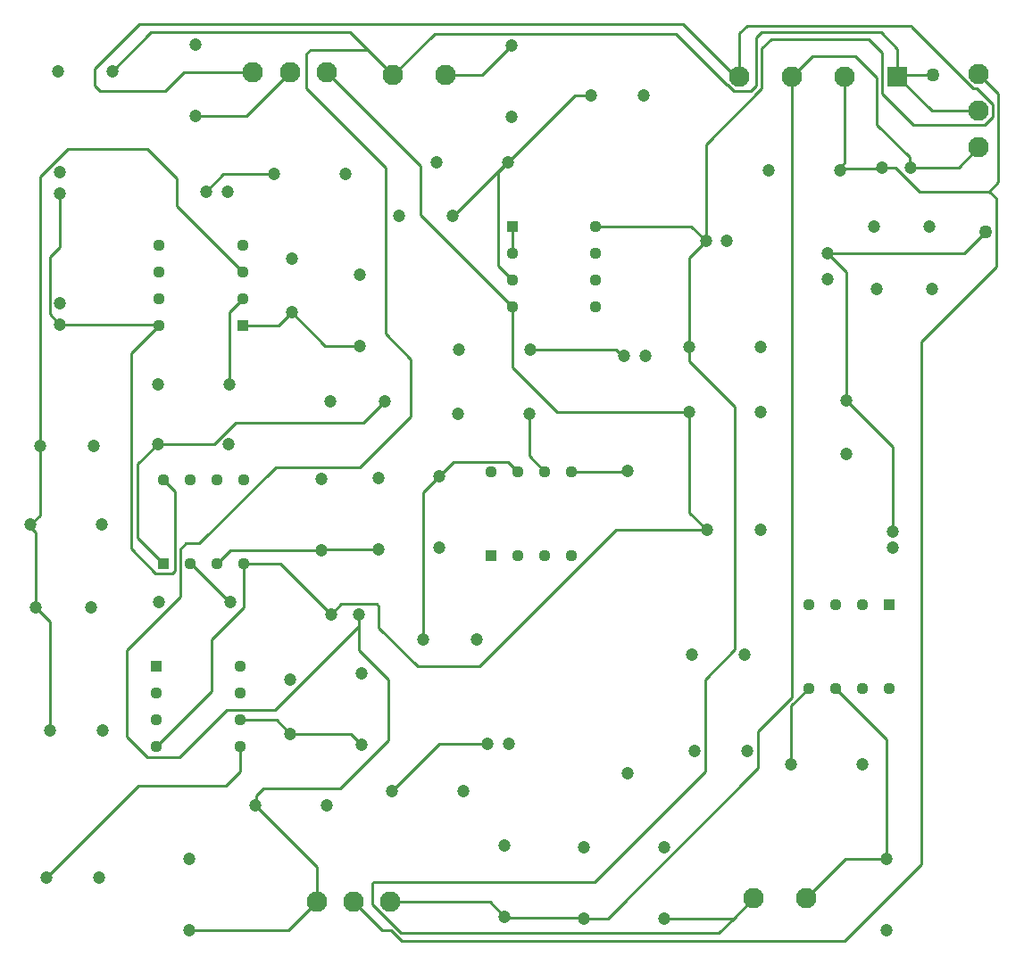
<source format=gbl>
G04*
G04 #@! TF.GenerationSoftware,Altium Limited,Altium Designer,21.2.0 (30)*
G04*
G04 Layer_Physical_Order=2*
G04 Layer_Color=16711680*
%FSLAX44Y44*%
%MOMM*%
G71*
G04*
G04 #@! TF.SameCoordinates,A6CD76A2-BFCB-4AF9-B6D0-9A86C89395A1*
G04*
G04*
G04 #@! TF.FilePolarity,Positive*
G04*
G01*
G75*
%ADD12C,0.2540*%
%ADD21C,1.9500*%
%ADD22C,1.2000*%
%ADD23R,1.9500X1.9500*%
%ADD24C,1.1300*%
%ADD25R,1.1300X1.1300*%
%ADD26R,1.1300X1.1300*%
%ADD27C,1.2700*%
D12*
X883120Y833120D02*
X915670D01*
X881850Y831850D02*
X883120Y833120D01*
X827000Y744220D02*
Y745510D01*
Y742950D02*
Y744220D01*
X975360Y651510D02*
Y716062D01*
X968792Y722630D02*
X975360Y716062D01*
X904240Y580390D02*
X975360Y651510D01*
X815340Y664210D02*
X944880D01*
X965200Y684530D01*
X904240Y83820D02*
Y580390D01*
X365760Y48260D02*
X393065Y20955D01*
X831850Y11430D02*
X904240Y83820D01*
X411229Y11430D02*
X831850D01*
X393065Y20955D02*
X401704D01*
X411229Y11430D01*
X411023Y18820D02*
X712240D01*
X726210Y32790D01*
X383540Y46303D02*
X411023Y18820D01*
X383540Y46303D02*
Y65822D01*
X726210Y32790D02*
X745490Y52070D01*
X660400Y32790D02*
X726210D01*
X509270Y34060D02*
X509905Y33425D01*
X583565D02*
X584200Y32790D01*
X509905Y33425D02*
X583565D01*
X495070Y48260D02*
X509270Y34060D01*
X400760Y48260D02*
X495070D01*
X606733Y32790D02*
X749420Y175477D01*
Y210174D01*
X584200Y32790D02*
X606733D01*
X383540Y65822D02*
X385028Y67310D01*
X594360D01*
X893160Y746240D02*
X893910Y745490D01*
X893160Y746240D02*
Y755300D01*
X862330Y786130D02*
X893160Y755300D01*
X867410Y815467D02*
Y854710D01*
X842010Y850900D02*
X862330Y830580D01*
X854710Y867410D02*
X867410Y854710D01*
Y815467D02*
X896897Y785980D01*
X862330Y786130D02*
Y830580D01*
X781850Y831850D02*
X800900Y850900D01*
X842010D01*
X700170Y767480D02*
X753110Y820420D01*
X762000Y867410D02*
X854710D01*
X753110Y858520D02*
X762000Y867410D01*
X753110Y820420D02*
Y858520D01*
X747716Y823466D02*
Y868802D01*
X742540Y818290D02*
X747716Y823466D01*
X752892Y873978D02*
X753110Y873760D01*
X747716Y868802D02*
X752892Y873978D01*
X753110Y873760D02*
X866140D01*
X881850Y858050D01*
Y831850D02*
Y858050D01*
X739140Y880110D02*
X895350D01*
Y878863D02*
X953233Y820980D01*
X895350Y878863D02*
Y880110D01*
X953233Y820980D02*
X956587D01*
X731850Y872820D02*
X739140Y880110D01*
X731850Y831850D02*
Y872820D01*
X831850Y750360D02*
Y831850D01*
X827000Y745510D02*
X831850Y750360D01*
X896897Y785980D02*
X964467D01*
X958850Y834540D02*
X977490Y815900D01*
X968792Y722630D02*
X977490Y731328D01*
X956587Y820980D02*
X972410Y805157D01*
X977490Y731328D02*
Y815900D01*
X964467Y785980D02*
X972410Y793923D01*
Y805157D01*
X362750Y873760D02*
X379260Y857250D01*
X403390Y833120D01*
X325120Y857250D02*
X379260D01*
X321310Y853440D02*
X325120Y857250D01*
X321310Y820420D02*
X396240Y745490D01*
X321310Y820420D02*
Y853440D01*
X426720Y271780D02*
X485140D01*
X614680Y401320D01*
X701040D01*
X431800Y436880D02*
X447040Y452120D01*
X431800Y297180D02*
Y436880D01*
X389890Y308610D02*
Y328930D01*
Y308610D02*
X426720Y271780D01*
X370840Y287020D02*
X398780Y259080D01*
X353060Y156210D02*
X398780Y201930D01*
Y259080D01*
X387700Y331120D02*
X389890Y328930D01*
X354150Y331120D02*
X387700D01*
X344340Y321310D02*
X354150Y331120D01*
X64840Y327660D02*
X78350Y314150D01*
Y210820D02*
Y314150D01*
X594360Y67310D02*
X699420Y172370D01*
Y259433D01*
X727710Y287723D02*
Y518160D01*
X699420Y259433D02*
X727710Y287723D01*
X684530Y561340D02*
X727710Y518160D01*
X684530Y561340D02*
Y575310D01*
Y417830D02*
Y513080D01*
Y417830D02*
X701040Y401320D01*
X558800Y513080D02*
X684530D01*
X833120Y524510D02*
X877570Y480060D01*
Y398780D02*
Y480060D01*
X822960Y251130D02*
X871220Y202870D01*
Y89130D02*
Y202870D01*
X272820Y139700D02*
X330760Y81760D01*
Y48260D02*
Y81760D01*
X303980Y21480D02*
X330760Y48260D01*
X209949Y21480D02*
X303980D01*
X170180Y185420D02*
X200612D01*
X150560Y205040D02*
X170180Y185420D01*
X201360Y337820D02*
Y382970D01*
X150560Y205040D02*
Y287020D01*
X201360Y337820D01*
X370840Y287020D02*
Y309977D01*
X291303Y230440D02*
X370840Y309977D01*
Y321310D01*
X245632Y230440D02*
X291303D01*
X200612Y185420D02*
X245632Y230440D01*
X292970Y220980D02*
X306070Y207880D01*
X258140Y220980D02*
X292970D01*
X178740Y195580D02*
X231140Y247980D01*
Y297180D01*
X261620Y327660D01*
X201360Y382970D02*
X207010Y388620D01*
X185420Y448970D02*
X196280Y438110D01*
Y362779D02*
Y438110D01*
X193611Y360110D02*
X196280Y362779D01*
X219710Y388620D02*
X292100Y461010D01*
X207010Y388620D02*
X219710D01*
X292100Y461010D02*
X372110D01*
X420370Y509270D01*
X249150Y382040D02*
X335280D01*
X248920Y382270D02*
X249150Y382040D01*
X236220Y369570D02*
X248920Y382270D01*
X335280Y382040D02*
X335915Y382675D01*
X396240Y587375D02*
X420370Y563245D01*
X396240Y587375D02*
Y745490D01*
X420370Y509270D02*
Y563245D01*
X429080Y700561D02*
Y746941D01*
X340360Y835660D02*
X429080Y746941D01*
Y700561D02*
X516230Y613410D01*
Y555650D02*
Y613410D01*
X307340Y607930D02*
X338920Y576350D01*
X372110D01*
X260680Y595630D02*
X295040D01*
X307340Y607930D01*
X247880Y539750D02*
Y608230D01*
X260680Y621030D01*
X154940Y569290D02*
X181280Y595630D01*
X154940Y383362D02*
Y569290D01*
Y383362D02*
X178192Y360110D01*
X161290Y393700D02*
Y463780D01*
X178192Y360110D02*
X193611D01*
X161290Y393700D02*
X185420Y369570D01*
X233777Y482600D02*
X254097Y502920D01*
X375050D01*
X395370Y523240D01*
X180110Y482600D02*
X233777D01*
X161290Y463780D02*
X180110Y482600D01*
X198120Y708990D02*
Y735330D01*
Y708990D02*
X260680Y646430D01*
X170180Y763270D02*
X198120Y735330D01*
X95250Y763270D02*
X170180D01*
X68580Y736600D02*
X95250Y763270D01*
X68580Y481330D02*
Y736600D01*
X511490Y750570D02*
X512040D01*
X502920Y652120D02*
Y741450D01*
Y652120D02*
X516230Y638810D01*
X460690Y699770D02*
X511490Y750570D01*
X460140Y699770D02*
X460690D01*
X87630Y670059D02*
Y720736D01*
X77820Y660249D02*
X87630Y670059D01*
X77820Y606086D02*
Y660249D01*
Y606086D02*
X87630Y596276D01*
X87953Y595953D02*
X180957D01*
X181280Y595630D01*
X87630Y596276D02*
X87953Y595953D01*
X625805Y456895D02*
X626110Y457200D01*
X572770Y456590D02*
X573075Y456895D01*
X625805D01*
X532360Y471600D02*
X547370Y456590D01*
X532360Y471600D02*
Y511810D01*
X512510Y466050D02*
X521970Y456590D01*
X447040Y452120D02*
X460970Y466050D01*
X512510D01*
X335915Y382675D02*
X389255D01*
X389890Y383310D01*
X211570Y369570D02*
X248400Y332740D01*
X249150D01*
X210820Y369570D02*
X211570D01*
X261620Y327660D02*
Y369570D01*
X306070Y207880D02*
X363390D01*
X373380Y197890D01*
X273970Y140850D02*
Y149510D01*
X272820Y139700D02*
X273970Y140850D01*
Y149510D02*
X280670Y156210D01*
X353060D01*
X446810Y198120D02*
X492760D01*
X402360Y153670D02*
X446810Y198120D01*
X781850Y242604D02*
Y831850D01*
X749420Y210174D02*
X781850Y242604D01*
X780820Y234390D02*
X797560Y251130D01*
X780820Y179070D02*
Y234390D01*
X700170Y675640D02*
Y767480D01*
X828270Y744220D02*
X866140D01*
X827000Y742950D02*
X828270Y744220D01*
X866140D02*
X867410Y745490D01*
X881850Y831850D02*
X914160Y799540D01*
X958850D01*
X815340Y664210D02*
X833120Y646430D01*
Y524510D02*
Y646430D01*
X516230Y555650D02*
X558800Y513080D01*
X620907Y566420D02*
X622080D01*
X533400Y572770D02*
X614557D01*
X620907Y566420D01*
X516230Y664210D02*
Y689610D01*
X502920Y741450D02*
X512040Y750570D01*
X215900Y794790D02*
X264490D01*
X305360Y835660D01*
X226060Y722630D02*
X242570Y739140D01*
X290600D01*
X59690Y406400D02*
X68580Y415290D01*
Y481330D01*
X59690Y403840D02*
Y406400D01*
X64840Y327660D02*
Y398690D01*
X59690Y403840D02*
X64840Y398690D01*
X261620Y369570D02*
X296080D01*
X344340Y321310D01*
X795490Y52070D02*
X832550Y89130D01*
X871220D01*
X684530Y575310D02*
Y660000D01*
X700170Y675640D01*
X686200Y689610D02*
X700170Y675640D01*
X595630Y689610D02*
X686200D01*
X575540Y814070D02*
X591430D01*
X512040Y750570D02*
X575540Y814070D01*
X487450Y833120D02*
X515620Y861290D01*
X453390Y833120D02*
X487450D01*
X720293Y824230D02*
X726233Y818290D01*
X742540D01*
X720090Y824230D02*
X720293D01*
X671830Y872490D02*
X720090Y824230D01*
X678383Y881380D02*
X727913Y831850D01*
X731850D01*
X162560Y881380D02*
X678383D01*
X442760Y872490D02*
X671830D01*
X403390Y833120D02*
X442760Y872490D01*
X120650Y839470D02*
X162560Y881380D01*
X137160Y836930D02*
X173990Y873760D01*
X362750D01*
X120650Y822960D02*
Y839470D01*
Y822960D02*
X125730Y817880D01*
X186860D01*
X204640Y835660D02*
X270360D01*
X186860Y817880D02*
X204640Y835660D01*
X893910Y745490D02*
X939800D01*
X958850Y764540D01*
X916940Y722630D02*
X968792D01*
X880037Y745490D02*
X902897Y722630D01*
X867410Y745490D02*
X880037D01*
X902897Y722630D02*
X916940D01*
X245110Y158750D02*
X258140Y171780D01*
Y195580D01*
X162170Y158750D02*
X245110D01*
X74540Y71120D02*
X162170Y158750D01*
D21*
X958850Y764540D02*
D03*
Y834540D02*
D03*
Y799540D02*
D03*
X831850Y831850D02*
D03*
X781850D02*
D03*
X731850D02*
D03*
X340360Y835660D02*
D03*
X270360D02*
D03*
X305360D02*
D03*
X400760Y48260D02*
D03*
X330760D02*
D03*
X365760D02*
D03*
X403390Y833120D02*
D03*
X453390D02*
D03*
X745490Y52070D02*
D03*
X795490D02*
D03*
D22*
X127230Y406400D02*
D03*
X59690D02*
D03*
X181610Y332740D02*
D03*
X249150D02*
D03*
X247650Y482600D02*
D03*
X180110D02*
D03*
X509270Y101600D02*
D03*
Y34060D02*
D03*
X372110Y643890D02*
D03*
Y576350D02*
D03*
X215900Y862330D02*
D03*
Y794790D02*
D03*
X180340Y539750D02*
D03*
X247880D02*
D03*
X358140Y739140D02*
D03*
X290600D02*
D03*
X373380Y265430D02*
D03*
Y197890D02*
D03*
X335280Y449580D02*
D03*
Y382040D02*
D03*
X340360Y139700D02*
D03*
X272820D02*
D03*
X209949Y89020D02*
D03*
Y21480D02*
D03*
X389890Y450850D02*
D03*
Y383310D02*
D03*
X759460Y742950D02*
D03*
X827000D02*
D03*
X465860Y572770D02*
D03*
X533400D02*
D03*
X444500Y750570D02*
D03*
X512040D02*
D03*
X515620Y793750D02*
D03*
Y861290D02*
D03*
X464820Y511810D02*
D03*
X532360D02*
D03*
X447040Y384580D02*
D03*
Y452120D02*
D03*
X584200Y100330D02*
D03*
Y32790D02*
D03*
X469900Y153670D02*
D03*
X402360D02*
D03*
X752070Y575310D02*
D03*
X684530D02*
D03*
X660400Y100330D02*
D03*
Y32790D02*
D03*
X871220Y21590D02*
D03*
Y89130D02*
D03*
X848360Y179070D02*
D03*
X780820D02*
D03*
X752070Y513080D02*
D03*
X684530D02*
D03*
X833120Y473710D02*
D03*
Y524510D02*
D03*
X751840Y401320D02*
D03*
X701040D02*
D03*
X815340Y664210D02*
D03*
Y639290D02*
D03*
X877570Y399810D02*
D03*
Y384810D02*
D03*
X689610Y191770D02*
D03*
X739610D02*
D03*
X687070Y283210D02*
D03*
X737070D02*
D03*
X911890Y689610D02*
D03*
X859790D02*
D03*
X914400Y629920D02*
D03*
X862300D02*
D03*
X116840Y327660D02*
D03*
X64840D02*
D03*
X344170Y523240D02*
D03*
X395370D02*
D03*
X307340Y659130D02*
D03*
Y607930D02*
D03*
X119780Y481330D02*
D03*
X68580D02*
D03*
X306070Y259080D02*
D03*
Y207880D02*
D03*
X85960Y836930D02*
D03*
X137160D02*
D03*
X483000Y297180D02*
D03*
X431800D02*
D03*
X408940Y699770D02*
D03*
X460140D02*
D03*
X87630Y596276D02*
D03*
Y616196D02*
D03*
Y720736D02*
D03*
Y740656D02*
D03*
X700170Y675640D02*
D03*
X720090D02*
D03*
X626110Y170180D02*
D03*
Y457200D02*
D03*
X226060Y722630D02*
D03*
X246600D02*
D03*
X622080Y566420D02*
D03*
X642620D02*
D03*
X492760Y198120D02*
D03*
X513300D02*
D03*
X78350Y210820D02*
D03*
X128270D02*
D03*
X74540Y71120D02*
D03*
X124460D02*
D03*
X591430Y814070D02*
D03*
X641350D02*
D03*
X344340Y321310D02*
D03*
X370840D02*
D03*
X867410Y745490D02*
D03*
X893910D02*
D03*
D23*
X881850Y831850D02*
D03*
D24*
X181280Y595630D02*
D03*
Y621030D02*
D03*
Y646430D02*
D03*
Y671830D02*
D03*
X260680D02*
D03*
Y646430D02*
D03*
Y621030D02*
D03*
X185420Y448970D02*
D03*
X210820D02*
D03*
X236220D02*
D03*
X261620D02*
D03*
Y369570D02*
D03*
X236220D02*
D03*
X210820D02*
D03*
X258140Y271780D02*
D03*
Y246380D02*
D03*
Y220980D02*
D03*
Y195580D02*
D03*
X178740D02*
D03*
Y220980D02*
D03*
Y246380D02*
D03*
X595630Y689610D02*
D03*
Y664210D02*
D03*
Y638810D02*
D03*
Y613410D02*
D03*
X516230D02*
D03*
Y638810D02*
D03*
Y664210D02*
D03*
X496570Y456590D02*
D03*
X521970D02*
D03*
X547370D02*
D03*
X572770D02*
D03*
Y377190D02*
D03*
X547370D02*
D03*
X521970D02*
D03*
X873760Y251130D02*
D03*
X848360D02*
D03*
X822960D02*
D03*
X797560D02*
D03*
Y330530D02*
D03*
X822960D02*
D03*
X848360D02*
D03*
D25*
X260680Y595630D02*
D03*
X178740Y271780D02*
D03*
X516230Y689610D02*
D03*
D26*
X185420Y369570D02*
D03*
X496570Y377190D02*
D03*
X873760Y330530D02*
D03*
D27*
X915670Y833120D02*
D03*
X965200Y684530D02*
D03*
M02*

</source>
